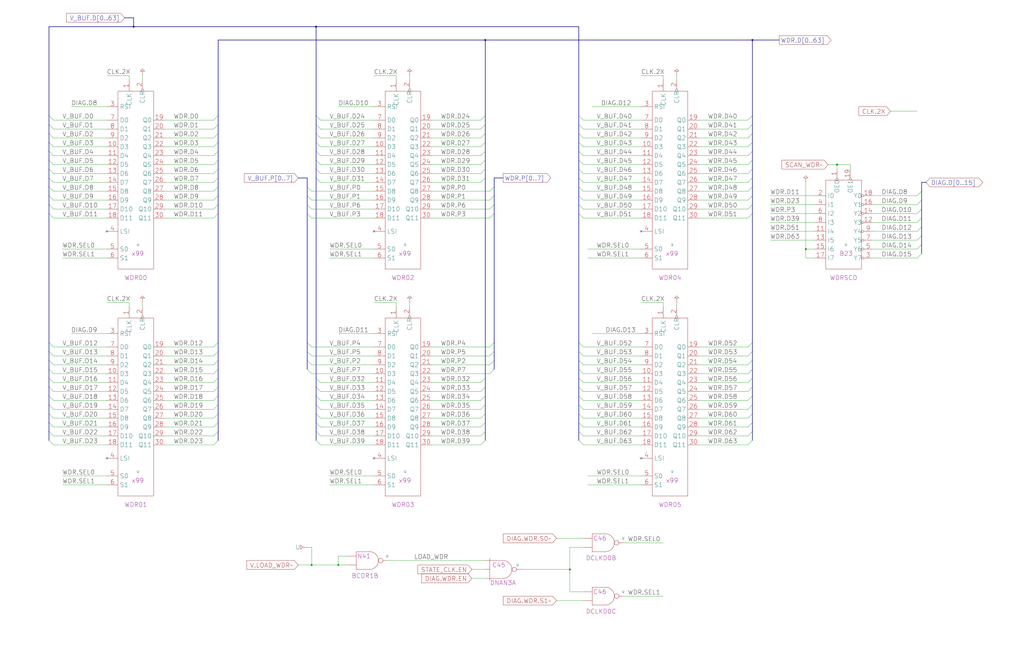
<source format=kicad_sch>
(kicad_sch (version 20220404) (generator eeschema)
  (paper "User" 584.2 378.46)
  (title_block (title "WRITE DATA REGISTER\\nREGISTER ARRAY") (date "22-MAR-90") (rev "1.0") (comment 1 "VALUE") (comment 2 "232-003063") (comment 3 "S400") (comment 4 "RELEASED"))
  (junction (at 177.8 322.58))
  (junction (at 429.26 22.86))
  (junction (at 76.2 15.24))
  (junction (at 477.52 93.98))
  (junction (at 325.12 325.12))
  (junction (at 276.86 22.86))
  (junction (at 459.74 142.24))
  (junction (at 193.04 322.58))
  (junction (at 180.34 15.24))
  (no_connect (at 365.76 132.08))
  (no_connect (at 365.76 261.62))
  (no_connect (at 60.96 132.08))
  (no_connect (at 60.96 261.62))
  (no_connect (at 213.36 132.08))
  (no_connect (at 213.36 261.62))
  (bus_entry (at 330.2 106.68) (size 2.54 2.54))
  (bus_entry (at 330.2 200.66) (size 2.54 2.54))
  (bus_entry (at 330.2 86.36) (size 2.54 2.54))
  (bus_entry (at 281.94 116.84) (size -2.54 2.54))
  (bus_entry (at 124.46 101.6) (size -2.54 2.54))
  (bus_entry (at 124.46 220.98) (size -2.54 2.54))
  (bus_entry (at 124.46 226.06) (size -2.54 2.54))
  (bus_entry (at 525.78 129.54) (size -2.54 2.54))
  (bus_entry (at 276.86 81.28) (size -2.54 2.54))
  (bus_entry (at 27.94 251.46) (size 2.54 2.54))
  (bus_entry (at 429.26 220.98) (size -2.54 2.54))
  (bus_entry (at 429.26 116.84) (size -2.54 2.54))
  (bus_entry (at 175.26 200.66) (size 2.54 2.54))
  (bus_entry (at 180.34 226.06) (size 2.54 2.54))
  (bus_entry (at 27.94 220.98) (size 2.54 2.54))
  (bus_entry (at 180.34 241.3) (size 2.54 2.54))
  (bus_entry (at 429.26 195.58) (size -2.54 2.54))
  (bus_entry (at 330.2 71.12) (size 2.54 2.54))
  (bus_entry (at 27.94 226.06) (size 2.54 2.54))
  (bus_entry (at 124.46 215.9) (size -2.54 2.54))
  (bus_entry (at 124.46 251.46) (size -2.54 2.54))
  (bus_entry (at 180.34 215.9) (size 2.54 2.54))
  (bus_entry (at 27.94 215.9) (size 2.54 2.54))
  (bus_entry (at 429.26 210.82) (size -2.54 2.54))
  (bus_entry (at 175.26 116.84) (size 2.54 2.54))
  (bus_entry (at 124.46 96.52) (size -2.54 2.54))
  (bus_entry (at 276.86 91.44) (size -2.54 2.54))
  (bus_entry (at 124.46 205.74) (size -2.54 2.54))
  (bus_entry (at 429.26 86.36) (size -2.54 2.54))
  (bus_entry (at 281.94 200.66) (size -2.54 2.54))
  (bus_entry (at 330.2 121.92) (size 2.54 2.54))
  (bus_entry (at 330.2 215.9) (size 2.54 2.54))
  (bus_entry (at 281.94 210.82) (size -2.54 2.54))
  (bus_entry (at 27.94 241.3) (size 2.54 2.54))
  (bus_entry (at 330.2 76.2) (size 2.54 2.54))
  (bus_entry (at 276.86 246.38) (size -2.54 2.54))
  (bus_entry (at 330.2 236.22) (size 2.54 2.54))
  (bus_entry (at 429.26 101.6) (size -2.54 2.54))
  (bus_entry (at 330.2 96.52) (size 2.54 2.54))
  (bus_entry (at 124.46 236.22) (size -2.54 2.54))
  (bus_entry (at 180.34 86.36) (size 2.54 2.54))
  (bus_entry (at 124.46 210.82) (size -2.54 2.54))
  (bus_entry (at 330.2 91.44) (size 2.54 2.54))
  (bus_entry (at 27.94 106.68) (size 2.54 2.54))
  (bus_entry (at 330.2 251.46) (size 2.54 2.54))
  (bus_entry (at 27.94 200.66) (size 2.54 2.54))
  (bus_entry (at 124.46 86.36) (size -2.54 2.54))
  (bus_entry (at 429.26 121.92) (size -2.54 2.54))
  (bus_entry (at 281.94 121.92) (size -2.54 2.54))
  (bus_entry (at 27.94 111.76) (size 2.54 2.54))
  (bus_entry (at 124.46 81.28) (size -2.54 2.54))
  (bus_entry (at 124.46 106.68) (size -2.54 2.54))
  (bus_entry (at 276.86 71.12) (size -2.54 2.54))
  (bus_entry (at 330.2 231.14) (size 2.54 2.54))
  (bus_entry (at 27.94 91.44) (size 2.54 2.54))
  (bus_entry (at 429.26 76.2) (size -2.54 2.54))
  (bus_entry (at 27.94 246.38) (size 2.54 2.54))
  (bus_entry (at 330.2 116.84) (size 2.54 2.54))
  (bus_entry (at 429.26 246.38) (size -2.54 2.54))
  (bus_entry (at 276.86 220.98) (size -2.54 2.54))
  (bus_entry (at 124.46 71.12) (size -2.54 2.54))
  (bus_entry (at 27.94 195.58) (size 2.54 2.54))
  (bus_entry (at 27.94 101.6) (size 2.54 2.54))
  (bus_entry (at 525.78 144.78) (size -2.54 2.54))
  (bus_entry (at 124.46 66.04) (size -2.54 2.54))
  (bus_entry (at 124.46 231.14) (size -2.54 2.54))
  (bus_entry (at 180.34 76.2) (size 2.54 2.54))
  (bus_entry (at 27.94 66.04) (size 2.54 2.54))
  (bus_entry (at 429.26 96.52) (size -2.54 2.54))
  (bus_entry (at 276.86 215.9) (size -2.54 2.54))
  (bus_entry (at 27.94 231.14) (size 2.54 2.54))
  (bus_entry (at 175.26 205.74) (size 2.54 2.54))
  (bus_entry (at 180.34 220.98) (size 2.54 2.54))
  (bus_entry (at 175.26 210.82) (size 2.54 2.54))
  (bus_entry (at 27.94 71.12) (size 2.54 2.54))
  (bus_entry (at 429.26 205.74) (size -2.54 2.54))
  (bus_entry (at 27.94 205.74) (size 2.54 2.54))
  (bus_entry (at 124.46 76.2) (size -2.54 2.54))
  (bus_entry (at 276.86 236.22) (size -2.54 2.54))
  (bus_entry (at 429.26 106.68) (size -2.54 2.54))
  (bus_entry (at 276.86 241.3) (size -2.54 2.54))
  (bus_entry (at 27.94 210.82) (size 2.54 2.54))
  (bus_entry (at 180.34 96.52) (size 2.54 2.54))
  (bus_entry (at 180.34 71.12) (size 2.54 2.54))
  (bus_entry (at 124.46 111.76) (size -2.54 2.54))
  (bus_entry (at 27.94 96.52) (size 2.54 2.54))
  (bus_entry (at 525.78 114.3) (size -2.54 2.54))
  (bus_entry (at 276.86 76.2) (size -2.54 2.54))
  (bus_entry (at 27.94 76.2) (size 2.54 2.54))
  (bus_entry (at 429.26 226.06) (size -2.54 2.54))
  (bus_entry (at 330.2 246.38) (size 2.54 2.54))
  (bus_entry (at 525.78 139.7) (size -2.54 2.54))
  (bus_entry (at 429.26 200.66) (size -2.54 2.54))
  (bus_entry (at 175.26 106.68) (size 2.54 2.54))
  (bus_entry (at 124.46 195.58) (size -2.54 2.54))
  (bus_entry (at 330.2 210.82) (size 2.54 2.54))
  (bus_entry (at 180.34 101.6) (size 2.54 2.54))
  (bus_entry (at 429.26 251.46) (size -2.54 2.54))
  (bus_entry (at 429.26 111.76) (size -2.54 2.54))
  (bus_entry (at 429.26 66.04) (size -2.54 2.54))
  (bus_entry (at 276.86 226.06) (size -2.54 2.54))
  (bus_entry (at 276.86 231.14) (size -2.54 2.54))
  (bus_entry (at 180.34 231.14) (size 2.54 2.54))
  (bus_entry (at 175.26 195.58) (size 2.54 2.54))
  (bus_entry (at 124.46 91.44) (size -2.54 2.54))
  (bus_entry (at 429.26 215.9) (size -2.54 2.54))
  (bus_entry (at 276.86 101.6) (size -2.54 2.54))
  (bus_entry (at 180.34 66.04) (size 2.54 2.54))
  (bus_entry (at 429.26 81.28) (size -2.54 2.54))
  (bus_entry (at 525.78 119.38) (size -2.54 2.54))
  (bus_entry (at 175.26 121.92) (size 2.54 2.54))
  (bus_entry (at 330.2 66.04) (size 2.54 2.54))
  (bus_entry (at 429.26 91.44) (size -2.54 2.54))
  (bus_entry (at 276.86 86.36) (size -2.54 2.54))
  (bus_entry (at 27.94 116.84) (size 2.54 2.54))
  (bus_entry (at 525.78 134.62) (size -2.54 2.54))
  (bus_entry (at 124.46 121.92) (size -2.54 2.54))
  (bus_entry (at 180.34 251.46) (size 2.54 2.54))
  (bus_entry (at 330.2 111.76) (size 2.54 2.54))
  (bus_entry (at 124.46 241.3) (size -2.54 2.54))
  (bus_entry (at 429.26 241.3) (size -2.54 2.54))
  (bus_entry (at 180.34 246.38) (size 2.54 2.54))
  (bus_entry (at 276.86 251.46) (size -2.54 2.54))
  (bus_entry (at 27.94 236.22) (size 2.54 2.54))
  (bus_entry (at 525.78 124.46) (size -2.54 2.54))
  (bus_entry (at 27.94 121.92) (size 2.54 2.54))
  (bus_entry (at 330.2 195.58) (size 2.54 2.54))
  (bus_entry (at 27.94 81.28) (size 2.54 2.54))
  (bus_entry (at 330.2 241.3) (size 2.54 2.54))
  (bus_entry (at 281.94 106.68) (size -2.54 2.54))
  (bus_entry (at 330.2 226.06) (size 2.54 2.54))
  (bus_entry (at 175.26 111.76) (size 2.54 2.54))
  (bus_entry (at 429.26 236.22) (size -2.54 2.54))
  (bus_entry (at 281.94 111.76) (size -2.54 2.54))
  (bus_entry (at 27.94 86.36) (size 2.54 2.54))
  (bus_entry (at 180.34 236.22) (size 2.54 2.54))
  (bus_entry (at 124.46 246.38) (size -2.54 2.54))
  (bus_entry (at 276.86 66.04) (size -2.54 2.54))
  (bus_entry (at 281.94 205.74) (size -2.54 2.54))
  (bus_entry (at 330.2 81.28) (size 2.54 2.54))
  (bus_entry (at 429.26 231.14) (size -2.54 2.54))
  (bus_entry (at 330.2 220.98) (size 2.54 2.54))
  (bus_entry (at 281.94 195.58) (size -2.54 2.54))
  (bus_entry (at 330.2 205.74) (size 2.54 2.54))
  (bus_entry (at 180.34 81.28) (size 2.54 2.54))
  (bus_entry (at 429.26 71.12) (size -2.54 2.54))
  (bus_entry (at 124.46 116.84) (size -2.54 2.54))
  (bus_entry (at 276.86 96.52) (size -2.54 2.54))
  (bus_entry (at 525.78 109.22) (size -2.54 2.54))
  (bus_entry (at 180.34 91.44) (size 2.54 2.54))
  (bus_entry (at 124.46 200.66) (size -2.54 2.54))
  (bus_entry (at 330.2 101.6) (size 2.54 2.54))
  (wire (pts (xy 325.12 337.82) (xy 325.12 325.12)))
  (bus (pts (xy 330.2 241.3) (xy 330.2 246.38)))
  (wire (pts (xy 182.88 243.84) (xy 213.36 243.84)))
  (bus (pts (xy 27.94 96.52) (xy 27.94 101.6)))
  (wire (pts (xy 497.84 137.16) (xy 523.24 137.16)))
  (wire (pts (xy 30.48 73.66) (xy 60.96 73.66)))
  (wire (pts (xy 332.74 83.82) (xy 365.76 83.82)))
  (wire (pts (xy 439.42 116.84) (xy 464.82 116.84)))
  (wire (pts (xy 35.56 276.86) (xy 60.96 276.86)))
  (bus (pts (xy 330.2 15.24) (xy 330.2 66.04)))
  (wire (pts (xy 81.28 172.72) (xy 81.28 175.26)))
  (bus (pts (xy 180.34 241.3) (xy 180.34 246.38)))
  (bus (pts (xy 429.26 200.66) (xy 429.26 205.74)))
  (wire (pts (xy 398.78 114.3) (xy 426.72 114.3)))
  (bus (pts (xy 27.94 15.24) (xy 76.2 15.24)))
  (wire (pts (xy 182.88 238.76) (xy 213.36 238.76)))
  (wire (pts (xy 246.38 198.12) (xy 279.4 198.12)))
  (bus (pts (xy 124.46 22.86) (xy 276.86 22.86)))
  (wire (pts (xy 182.88 223.52) (xy 213.36 223.52)))
  (bus (pts (xy 330.2 116.84) (xy 330.2 121.92)))
  (bus (pts (xy 180.34 76.2) (xy 180.34 81.28)))
  (bus (pts (xy 276.86 22.86) (xy 276.86 66.04)))
  (bus (pts (xy 27.94 121.92) (xy 27.94 195.58)))
  (bus (pts (xy 525.78 134.62) (xy 525.78 139.7)))
  (bus (pts (xy 27.94 91.44) (xy 27.94 96.52)))
  (wire (pts (xy 177.8 109.22) (xy 213.36 109.22)))
  (bus (pts (xy 429.26 71.12) (xy 429.26 76.2)))
  (bus (pts (xy 180.34 236.22) (xy 180.34 241.3)))
  (bus (pts (xy 180.34 220.98) (xy 180.34 226.06)))
  (bus (pts (xy 27.94 15.24) (xy 27.94 66.04)))
  (wire (pts (xy 30.48 88.9) (xy 60.96 88.9)))
  (wire (pts (xy 365.76 172.72) (xy 378.46 172.72)))
  (wire (pts (xy 497.84 132.08) (xy 523.24 132.08)))
  (wire (pts (xy 93.98 233.68) (xy 121.92 233.68)))
  (wire (pts (xy 246.38 78.74) (xy 274.32 78.74)))
  (wire (pts (xy 335.28 147.32) (xy 365.76 147.32)))
  (bus (pts (xy 276.86 22.86) (xy 429.26 22.86)))
  (wire (pts (xy 193.04 190.5) (xy 213.36 190.5)))
  (wire (pts (xy 398.78 248.92) (xy 426.72 248.92)))
  (wire (pts (xy 182.88 248.92) (xy 213.36 248.92)))
  (wire (pts (xy 398.78 119.38) (xy 426.72 119.38)))
  (wire (pts (xy 182.88 78.74) (xy 213.36 78.74)))
  (bus (pts (xy 281.94 205.74) (xy 281.94 210.82)))
  (wire (pts (xy 398.78 233.68) (xy 426.72 233.68)))
  (wire (pts (xy 187.96 271.78) (xy 213.36 271.78)))
  (bus (pts (xy 429.26 121.92) (xy 429.26 195.58)))
  (wire (pts (xy 246.38 109.22) (xy 279.4 109.22)))
  (wire (pts (xy 187.96 142.24) (xy 213.36 142.24)))
  (bus (pts (xy 180.34 91.44) (xy 180.34 96.52)))
  (bus (pts (xy 124.46 121.92) (xy 124.46 195.58)))
  (wire (pts (xy 246.38 213.36) (xy 279.4 213.36)))
  (bus (pts (xy 124.46 22.86) (xy 124.46 66.04)))
  (wire (pts (xy 332.74 254) (xy 365.76 254)))
  (bus (pts (xy 330.2 71.12) (xy 330.2 76.2)))
  (wire (pts (xy 398.78 208.28) (xy 426.72 208.28)))
  (wire (pts (xy 30.48 218.44) (xy 60.96 218.44)))
  (bus (pts (xy 276.86 66.04) (xy 276.86 71.12)))
  (bus (pts (xy 330.2 76.2) (xy 330.2 81.28)))
  (wire (pts (xy 175.26 312.42) (xy 177.8 312.42)))
  (wire (pts (xy 93.98 238.76) (xy 121.92 238.76)))
  (wire (pts (xy 93.98 208.28) (xy 121.92 208.28)))
  (bus (pts (xy 27.94 226.06) (xy 27.94 231.14)))
  (wire (pts (xy 439.42 121.92) (xy 464.82 121.92)))
  (wire (pts (xy 398.78 68.58) (xy 426.72 68.58)))
  (bus (pts (xy 429.26 66.04) (xy 429.26 71.12)))
  (bus (pts (xy 71.12 10.16) (xy 76.2 10.16)))
  (bus (pts (xy 281.94 116.84) (xy 281.94 121.92)))
  (bus (pts (xy 330.2 101.6) (xy 330.2 106.68)))
  (bus (pts (xy 124.46 210.82) (xy 124.46 215.9)))
  (bus (pts (xy 330.2 106.68) (xy 330.2 111.76)))
  (wire (pts (xy 332.74 99.06) (xy 365.76 99.06)))
  (bus (pts (xy 276.86 226.06) (xy 276.86 231.14)))
  (wire (pts (xy 93.98 254) (xy 121.92 254)))
  (bus (pts (xy 124.46 66.04) (xy 124.46 71.12)))
  (wire (pts (xy 187.96 147.32) (xy 213.36 147.32)))
  (bus (pts (xy 180.34 71.12) (xy 180.34 76.2)))
  (bus (pts (xy 175.26 195.58) (xy 175.26 200.66)))
  (bus (pts (xy 175.26 106.68) (xy 175.26 111.76)))
  (wire (pts (xy 177.8 312.42) (xy 177.8 322.58)))
  (wire (pts (xy 187.96 276.86) (xy 213.36 276.86)))
  (wire (pts (xy 30.48 114.3) (xy 60.96 114.3)))
  (bus (pts (xy 276.86 220.98) (xy 276.86 226.06)))
  (bus (pts (xy 27.94 241.3) (xy 27.94 246.38)))
  (bus (pts (xy 276.86 101.6) (xy 276.86 215.9)))
  (wire (pts (xy 332.74 114.3) (xy 365.76 114.3)))
  (wire (pts (xy 246.38 243.84) (xy 274.32 243.84)))
  (wire (pts (xy 246.38 203.2) (xy 279.4 203.2)))
  (bus (pts (xy 27.94 236.22) (xy 27.94 241.3)))
  (bus (pts (xy 124.46 246.38) (xy 124.46 251.46)))
  (wire (pts (xy 332.74 213.36) (xy 365.76 213.36)))
  (bus (pts (xy 124.46 106.68) (xy 124.46 111.76)))
  (wire (pts (xy 40.64 60.96) (xy 60.96 60.96)))
  (wire (pts (xy 386.08 172.72) (xy 386.08 175.26)))
  (bus (pts (xy 429.26 226.06) (xy 429.26 231.14)))
  (wire (pts (xy 93.98 68.58) (xy 121.92 68.58)))
  (wire (pts (xy 459.74 147.32) (xy 459.74 142.24)))
  (bus (pts (xy 276.86 81.28) (xy 276.86 86.36)))
  (bus (pts (xy 429.26 210.82) (xy 429.26 215.9)))
  (wire (pts (xy 246.38 114.3) (xy 279.4 114.3)))
  (bus (pts (xy 276.86 76.2) (xy 276.86 81.28)))
  (bus (pts (xy 180.34 15.24) (xy 180.34 66.04)))
  (bus (pts (xy 429.26 96.52) (xy 429.26 101.6)))
  (bus (pts (xy 180.34 86.36) (xy 180.34 91.44)))
  (bus (pts (xy 429.26 22.86) (xy 444.5 22.86)))
  (bus (pts (xy 429.26 81.28) (xy 429.26 86.36)))
  (wire (pts (xy 337.82 190.5) (xy 365.76 190.5)))
  (bus (pts (xy 330.2 111.76) (xy 330.2 116.84)))
  (wire (pts (xy 233.68 43.18) (xy 233.68 45.72)))
  (bus (pts (xy 27.94 71.12) (xy 27.94 76.2)))
  (bus (pts (xy 175.26 116.84) (xy 175.26 121.92)))
  (bus (pts (xy 330.2 200.66) (xy 330.2 205.74)))
  (wire (pts (xy 177.8 213.36) (xy 213.36 213.36)))
  (bus (pts (xy 330.2 236.22) (xy 330.2 241.3)))
  (bus (pts (xy 330.2 246.38) (xy 330.2 251.46)))
  (wire (pts (xy 60.96 172.72) (xy 73.66 172.72)))
  (wire (pts (xy 439.42 132.08) (xy 464.82 132.08)))
  (wire (pts (xy 177.8 322.58) (xy 193.04 322.58)))
  (wire (pts (xy 246.38 248.92) (xy 274.32 248.92)))
  (wire (pts (xy 177.8 203.2) (xy 213.36 203.2)))
  (wire (pts (xy 193.04 322.58) (xy 198.12 322.58)))
  (bus (pts (xy 180.34 231.14) (xy 180.34 236.22)))
  (bus (pts (xy 429.26 86.36) (xy 429.26 91.44)))
  (wire (pts (xy 325.12 312.42) (xy 325.12 325.12)))
  (bus (pts (xy 429.26 76.2) (xy 429.26 81.28)))
  (wire (pts (xy 177.8 124.46) (xy 213.36 124.46)))
  (bus (pts (xy 330.2 215.9) (xy 330.2 220.98)))
  (wire (pts (xy 325.12 312.42) (xy 332.74 312.42)))
  (wire (pts (xy 398.78 93.98) (xy 426.72 93.98)))
  (bus (pts (xy 429.26 111.76) (xy 429.26 116.84)))
  (bus (pts (xy 27.94 111.76) (xy 27.94 116.84)))
  (wire (pts (xy 93.98 88.9) (xy 121.92 88.9)))
  (bus (pts (xy 180.34 246.38) (xy 180.34 251.46)))
  (wire (pts (xy 30.48 213.36) (xy 60.96 213.36)))
  (bus (pts (xy 124.46 226.06) (xy 124.46 231.14)))
  (wire (pts (xy 93.98 83.82) (xy 121.92 83.82)))
  (wire (pts (xy 30.48 99.06) (xy 60.96 99.06)))
  (wire (pts (xy 398.78 109.22) (xy 426.72 109.22)))
  (wire (pts (xy 193.04 317.5) (xy 193.04 322.58)))
  (bus (pts (xy 525.78 139.7) (xy 525.78 144.78)))
  (wire (pts (xy 40.64 190.5) (xy 60.96 190.5)))
  (wire (pts (xy 332.74 104.14) (xy 365.76 104.14)))
  (wire (pts (xy 297.18 325.12) (xy 325.12 325.12)))
  (wire (pts (xy 93.98 218.44) (xy 121.92 218.44)))
  (bus (pts (xy 124.46 116.84) (xy 124.46 121.92)))
  (wire (pts (xy 332.74 198.12) (xy 365.76 198.12)))
  (wire (pts (xy 93.98 203.2) (xy 121.92 203.2)))
  (wire (pts (xy 226.06 43.18) (xy 226.06 45.72)))
  (bus (pts (xy 276.86 236.22) (xy 276.86 241.3)))
  (wire (pts (xy 93.98 119.38) (xy 121.92 119.38)))
  (wire (pts (xy 177.8 114.3) (xy 213.36 114.3)))
  (wire (pts (xy 398.78 228.6) (xy 426.72 228.6)))
  (wire (pts (xy 398.78 124.46) (xy 426.72 124.46)))
  (wire (pts (xy 233.68 172.72) (xy 233.68 175.26)))
  (bus (pts (xy 429.26 246.38) (xy 429.26 251.46)))
  (wire (pts (xy 213.36 172.72) (xy 226.06 172.72)))
  (wire (pts (xy 30.48 198.12) (xy 60.96 198.12)))
  (bus (pts (xy 528.32 104.14) (xy 525.78 104.14)))
  (wire (pts (xy 332.74 119.38) (xy 365.76 119.38)))
  (wire (pts (xy 93.98 93.98) (xy 121.92 93.98)))
  (bus (pts (xy 175.26 101.6) (xy 175.26 106.68)))
  (wire (pts (xy 246.38 208.28) (xy 279.4 208.28)))
  (wire (pts (xy 398.78 243.84) (xy 426.72 243.84)))
  (wire (pts (xy 246.38 228.6) (xy 274.32 228.6)))
  (wire (pts (xy 246.38 73.66) (xy 274.32 73.66)))
  (bus (pts (xy 124.46 71.12) (xy 124.46 76.2)))
  (wire (pts (xy 335.28 142.24) (xy 365.76 142.24)))
  (wire (pts (xy 398.78 99.06) (xy 426.72 99.06)))
  (wire (pts (xy 93.98 243.84) (xy 121.92 243.84)))
  (wire (pts (xy 398.78 223.52) (xy 426.72 223.52)))
  (bus (pts (xy 429.26 236.22) (xy 429.26 241.3)))
  (wire (pts (xy 378.46 172.72) (xy 378.46 175.26)))
  (wire (pts (xy 182.88 218.44) (xy 213.36 218.44)))
  (bus (pts (xy 429.26 241.3) (xy 429.26 246.38)))
  (wire (pts (xy 332.74 68.58) (xy 365.76 68.58)))
  (bus (pts (xy 281.94 200.66) (xy 281.94 205.74)))
  (wire (pts (xy 246.38 238.76) (xy 274.32 238.76)))
  (wire (pts (xy 398.78 104.14) (xy 426.72 104.14)))
  (wire (pts (xy 30.48 208.28) (xy 60.96 208.28)))
  (bus (pts (xy 287.02 101.6) (xy 281.94 101.6)))
  (wire (pts (xy 398.78 218.44) (xy 426.72 218.44)))
  (wire (pts (xy 177.8 208.28) (xy 213.36 208.28)))
  (wire (pts (xy 497.84 142.24) (xy 523.24 142.24)))
  (bus (pts (xy 330.2 66.04) (xy 330.2 71.12)))
  (bus (pts (xy 180.34 226.06) (xy 180.34 231.14)))
  (bus (pts (xy 27.94 231.14) (xy 27.94 236.22)))
  (wire (pts (xy 472.44 93.98) (xy 477.52 93.98)))
  (wire (pts (xy 30.48 223.52) (xy 60.96 223.52)))
  (wire (pts (xy 93.98 104.14) (xy 121.92 104.14)))
  (bus (pts (xy 27.94 205.74) (xy 27.94 210.82)))
  (wire (pts (xy 30.48 233.68) (xy 60.96 233.68)))
  (wire (pts (xy 477.52 93.98) (xy 477.52 96.52)))
  (wire (pts (xy 182.88 104.14) (xy 213.36 104.14)))
  (bus (pts (xy 124.46 205.74) (xy 124.46 210.82)))
  (wire (pts (xy 213.36 43.18) (xy 226.06 43.18)))
  (wire (pts (xy 30.48 104.14) (xy 60.96 104.14)))
  (wire (pts (xy 497.84 147.32) (xy 523.24 147.32)))
  (wire (pts (xy 332.74 218.44) (xy 365.76 218.44)))
  (bus (pts (xy 180.34 81.28) (xy 180.34 86.36)))
  (bus (pts (xy 180.34 66.04) (xy 180.34 71.12)))
  (bus (pts (xy 429.26 231.14) (xy 429.26 236.22)))
  (wire (pts (xy 30.48 83.82) (xy 60.96 83.82)))
  (bus (pts (xy 276.86 91.44) (xy 276.86 96.52)))
  (bus (pts (xy 525.78 119.38) (xy 525.78 124.46)))
  (bus (pts (xy 330.2 81.28) (xy 330.2 86.36)))
  (bus (pts (xy 330.2 220.98) (xy 330.2 226.06)))
  (bus (pts (xy 330.2 96.52) (xy 330.2 101.6)))
  (bus (pts (xy 180.34 101.6) (xy 180.34 215.9)))
  (bus (pts (xy 429.26 220.98) (xy 429.26 226.06)))
  (wire (pts (xy 439.42 137.16) (xy 464.82 137.16)))
  (bus (pts (xy 180.34 215.9) (xy 180.34 220.98)))
  (wire (pts (xy 30.48 124.46) (xy 60.96 124.46)))
  (wire (pts (xy 497.84 116.84) (xy 523.24 116.84)))
  (wire (pts (xy 246.38 83.82) (xy 274.32 83.82)))
  (bus (pts (xy 429.26 215.9) (xy 429.26 220.98)))
  (bus (pts (xy 27.94 220.98) (xy 27.94 226.06)))
  (wire (pts (xy 182.88 233.68) (xy 213.36 233.68)))
  (wire (pts (xy 246.38 119.38) (xy 279.4 119.38)))
  (wire (pts (xy 246.38 223.52) (xy 274.32 223.52)))
  (wire (pts (xy 182.88 73.66) (xy 213.36 73.66)))
  (wire (pts (xy 30.48 243.84) (xy 60.96 243.84)))
  (bus (pts (xy 525.78 109.22) (xy 525.78 114.3)))
  (wire (pts (xy 477.52 93.98) (xy 485.14 93.98)))
  (wire (pts (xy 332.74 233.68) (xy 365.76 233.68)))
  (bus (pts (xy 330.2 210.82) (xy 330.2 215.9)))
  (wire (pts (xy 93.98 109.22) (xy 121.92 109.22)))
  (wire (pts (xy 398.78 73.66) (xy 426.72 73.66)))
  (wire (pts (xy 398.78 213.36) (xy 426.72 213.36)))
  (wire (pts (xy 182.88 254) (xy 213.36 254)))
  (bus (pts (xy 330.2 91.44) (xy 330.2 96.52)))
  (wire (pts (xy 317.5 307.34) (xy 332.74 307.34)))
  (wire (pts (xy 332.74 78.74) (xy 365.76 78.74)))
  (wire (pts (xy 317.5 342.9) (xy 332.74 342.9)))
  (wire (pts (xy 93.98 114.3) (xy 121.92 114.3)))
  (wire (pts (xy 269.24 330.2) (xy 276.86 330.2)))
  (wire (pts (xy 246.38 104.14) (xy 274.32 104.14)))
  (wire (pts (xy 398.78 238.76) (xy 426.72 238.76)))
  (wire (pts (xy 93.98 198.12) (xy 121.92 198.12)))
  (bus (pts (xy 525.78 124.46) (xy 525.78 129.54)))
  (wire (pts (xy 332.74 248.92) (xy 365.76 248.92)))
  (bus (pts (xy 525.78 104.14) (xy 525.78 109.22)))
  (wire (pts (xy 81.28 43.18) (xy 81.28 45.72)))
  (wire (pts (xy 182.88 93.98) (xy 213.36 93.98)))
  (wire (pts (xy 73.66 43.18) (xy 73.66 45.72)))
  (bus (pts (xy 124.46 236.22) (xy 124.46 241.3)))
  (wire (pts (xy 246.38 99.06) (xy 274.32 99.06)))
  (wire (pts (xy 30.48 228.6) (xy 60.96 228.6)))
  (bus (pts (xy 330.2 231.14) (xy 330.2 236.22)))
  (wire (pts (xy 177.8 322.58) (xy 170.18 322.58)))
  (bus (pts (xy 27.94 101.6) (xy 27.94 106.68)))
  (wire (pts (xy 332.74 124.46) (xy 365.76 124.46)))
  (bus (pts (xy 281.94 111.76) (xy 281.94 116.84)))
  (bus (pts (xy 276.86 215.9) (xy 276.86 220.98)))
  (bus (pts (xy 180.34 96.52) (xy 180.34 101.6)))
  (wire (pts (xy 497.84 127) (xy 523.24 127)))
  (wire (pts (xy 93.98 223.52) (xy 121.92 223.52)))
  (wire (pts (xy 30.48 78.74) (xy 60.96 78.74)))
  (wire (pts (xy 60.96 43.18) (xy 73.66 43.18)))
  (wire (pts (xy 332.74 203.2) (xy 365.76 203.2)))
  (wire (pts (xy 378.46 43.18) (xy 378.46 45.72)))
  (wire (pts (xy 355.6 309.88) (xy 378.46 309.88)))
  (bus (pts (xy 76.2 15.24) (xy 180.34 15.24)))
  (bus (pts (xy 330.2 195.58) (xy 330.2 200.66)))
  (wire (pts (xy 246.38 254) (xy 274.32 254)))
  (bus (pts (xy 276.86 96.52) (xy 276.86 101.6)))
  (bus (pts (xy 330.2 226.06) (xy 330.2 231.14)))
  (wire (pts (xy 246.38 93.98) (xy 274.32 93.98)))
  (wire (pts (xy 464.82 147.32) (xy 459.74 147.32)))
  (bus (pts (xy 180.34 15.24) (xy 330.2 15.24)))
  (bus (pts (xy 429.26 205.74) (xy 429.26 210.82)))
  (wire (pts (xy 269.24 325.12) (xy 276.86 325.12)))
  (wire (pts (xy 177.8 198.12) (xy 213.36 198.12)))
  (bus (pts (xy 27.94 81.28) (xy 27.94 86.36)))
  (bus (pts (xy 429.26 195.58) (xy 429.26 200.66)))
  (wire (pts (xy 439.42 111.76) (xy 464.82 111.76)))
  (bus (pts (xy 276.86 71.12) (xy 276.86 76.2)))
  (bus (pts (xy 175.26 121.92) (xy 175.26 195.58)))
  (bus (pts (xy 330.2 86.36) (xy 330.2 91.44)))
  (wire (pts (xy 30.48 248.92) (xy 60.96 248.92)))
  (bus (pts (xy 124.46 81.28) (xy 124.46 86.36)))
  (wire (pts (xy 497.84 121.92) (xy 523.24 121.92)))
  (bus (pts (xy 27.94 106.68) (xy 27.94 111.76)))
  (bus (pts (xy 76.2 10.16) (xy 76.2 15.24)))
  (bus (pts (xy 175.26 205.74) (xy 175.26 210.82)))
  (wire (pts (xy 30.48 68.58) (xy 60.96 68.58)))
  (wire (pts (xy 508 63.5) (xy 523.24 63.5)))
  (wire (pts (xy 182.88 228.6) (xy 213.36 228.6)))
  (bus (pts (xy 124.46 86.36) (xy 124.46 91.44)))
  (wire (pts (xy 332.74 243.84) (xy 365.76 243.84)))
  (bus (pts (xy 429.26 91.44) (xy 429.26 96.52)))
  (wire (pts (xy 93.98 213.36) (xy 121.92 213.36)))
  (wire (pts (xy 332.74 228.6) (xy 365.76 228.6)))
  (wire (pts (xy 439.42 127) (xy 464.82 127)))
  (wire (pts (xy 246.38 124.46) (xy 279.4 124.46)))
  (wire (pts (xy 93.98 124.46) (xy 121.92 124.46)))
  (wire (pts (xy 182.88 99.06) (xy 213.36 99.06)))
  (bus (pts (xy 429.26 22.86) (xy 429.26 66.04)))
  (bus (pts (xy 276.86 246.38) (xy 276.86 251.46)))
  (bus (pts (xy 124.46 96.52) (xy 124.46 101.6)))
  (bus (pts (xy 276.86 241.3) (xy 276.86 246.38)))
  (bus (pts (xy 124.46 76.2) (xy 124.46 81.28)))
  (bus (pts (xy 27.94 215.9) (xy 27.94 220.98)))
  (wire (pts (xy 35.56 271.78) (xy 60.96 271.78)))
  (wire (pts (xy 398.78 198.12) (xy 426.72 198.12)))
  (bus (pts (xy 27.94 246.38) (xy 27.94 251.46)))
  (wire (pts (xy 246.38 218.44) (xy 274.32 218.44)))
  (wire (pts (xy 398.78 88.9) (xy 426.72 88.9)))
  (bus (pts (xy 124.46 195.58) (xy 124.46 200.66)))
  (wire (pts (xy 332.74 93.98) (xy 365.76 93.98)))
  (wire (pts (xy 35.56 147.32) (xy 60.96 147.32)))
  (bus (pts (xy 124.46 200.66) (xy 124.46 205.74)))
  (wire (pts (xy 398.78 78.74) (xy 426.72 78.74)))
  (bus (pts (xy 27.94 210.82) (xy 27.94 215.9)))
  (wire (pts (xy 332.74 337.82) (xy 325.12 337.82)))
  (wire (pts (xy 35.56 142.24) (xy 60.96 142.24)))
  (bus (pts (xy 525.78 114.3) (xy 525.78 119.38)))
  (bus (pts (xy 429.26 116.84) (xy 429.26 121.92)))
  (bus (pts (xy 276.86 86.36) (xy 276.86 91.44)))
  (bus (pts (xy 281.94 195.58) (xy 281.94 200.66)))
  (wire (pts (xy 246.38 68.58) (xy 274.32 68.58)))
  (wire (pts (xy 30.48 203.2) (xy 60.96 203.2)))
  (bus (pts (xy 330.2 121.92) (xy 330.2 195.58)))
  (bus (pts (xy 170.18 101.6) (xy 175.26 101.6)))
  (wire (pts (xy 398.78 83.82) (xy 426.72 83.82)))
  (wire (pts (xy 332.74 238.76) (xy 365.76 238.76)))
  (wire (pts (xy 30.48 119.38) (xy 60.96 119.38)))
  (bus (pts (xy 27.94 86.36) (xy 27.94 91.44)))
  (wire (pts (xy 182.88 88.9) (xy 213.36 88.9)))
  (bus (pts (xy 124.46 215.9) (xy 124.46 220.98)))
  (wire (pts (xy 30.48 109.22) (xy 60.96 109.22)))
  (wire (pts (xy 93.98 78.74) (xy 121.92 78.74)))
  (wire (pts (xy 485.14 93.98) (xy 485.14 96.52)))
  (wire (pts (xy 93.98 99.06) (xy 121.92 99.06)))
  (bus (pts (xy 281.94 101.6) (xy 281.94 106.68)))
  (wire (pts (xy 30.48 238.76) (xy 60.96 238.76)))
  (bus (pts (xy 27.94 66.04) (xy 27.94 71.12)))
  (bus (pts (xy 27.94 195.58) (xy 27.94 200.66)))
  (wire (pts (xy 332.74 109.22) (xy 365.76 109.22)))
  (wire (pts (xy 220.98 320.04) (xy 276.86 320.04)))
  (bus (pts (xy 27.94 76.2) (xy 27.94 81.28)))
  (bus (pts (xy 124.46 220.98) (xy 124.46 226.06)))
  (wire (pts (xy 177.8 119.38) (xy 213.36 119.38)))
  (wire (pts (xy 386.08 43.18) (xy 386.08 45.72)))
  (wire (pts (xy 332.74 223.52) (xy 365.76 223.52)))
  (wire (pts (xy 93.98 73.66) (xy 121.92 73.66)))
  (wire (pts (xy 355.6 340.36) (xy 378.46 340.36)))
  (wire (pts (xy 182.88 68.58) (xy 213.36 68.58)))
  (wire (pts (xy 337.82 60.96) (xy 365.76 60.96)))
  (wire (pts (xy 332.74 88.9) (xy 365.76 88.9)))
  (bus (pts (xy 124.46 231.14) (xy 124.46 236.22)))
  (wire (pts (xy 93.98 228.6) (xy 121.92 228.6)))
  (wire (pts (xy 459.74 104.14) (xy 459.74 142.24)))
  (bus (pts (xy 124.46 101.6) (xy 124.46 106.68)))
  (wire (pts (xy 226.06 172.72) (xy 226.06 175.26)))
  (wire (pts (xy 30.48 93.98) (xy 60.96 93.98)))
  (wire (pts (xy 398.78 203.2) (xy 426.72 203.2)))
  (bus (pts (xy 276.86 231.14) (xy 276.86 236.22)))
  (wire (pts (xy 497.84 111.76) (xy 523.24 111.76)))
  (bus (pts (xy 175.26 200.66) (xy 175.26 205.74)))
  (bus (pts (xy 124.46 241.3) (xy 124.46 246.38)))
  (bus (pts (xy 330.2 205.74) (xy 330.2 210.82)))
  (bus (pts (xy 525.78 129.54) (xy 525.78 134.62)))
  (bus (pts (xy 281.94 121.92) (xy 281.94 195.58)))
  (wire (pts (xy 246.38 88.9) (xy 274.32 88.9)))
  (wire (pts (xy 332.74 73.66) (xy 365.76 73.66)))
  (wire (pts (xy 398.78 254) (xy 426.72 254)))
  (bus (pts (xy 27.94 116.84) (xy 27.94 121.92)))
  (wire (pts (xy 246.38 233.68) (xy 274.32 233.68)))
  (bus (pts (xy 281.94 106.68) (xy 281.94 111.76)))
  (wire (pts (xy 335.28 271.78) (xy 365.76 271.78)))
  (wire (pts (xy 193.04 60.96) (xy 213.36 60.96)))
  (bus (pts (xy 124.46 91.44) (xy 124.46 96.52)))
  (bus (pts (xy 429.26 101.6) (xy 429.26 106.68)))
  (wire (pts (xy 335.28 276.86) (xy 365.76 276.86)))
  (bus (pts (xy 175.26 111.76) (xy 175.26 116.84)))
  (wire (pts (xy 182.88 83.82) (xy 213.36 83.82)))
  (wire (pts (xy 73.66 172.72) (xy 73.66 175.26)))
  (bus (pts (xy 429.26 106.68) (xy 429.26 111.76)))
  (wire (pts (xy 198.12 317.5) (xy 193.04 317.5)))
  (wire (pts (xy 459.74 142.24) (xy 464.82 142.24)))
  (wire (pts (xy 30.48 254) (xy 60.96 254)))
  (bus (pts (xy 27.94 200.66) (xy 27.94 205.74)))
  (wire (pts (xy 365.76 43.18) (xy 378.46 43.18)))
  (wire (pts (xy 93.98 248.92) (xy 121.92 248.92)))
  (wire (pts (xy 332.74 208.28) (xy 365.76 208.28)))
  (bus (pts (xy 124.46 111.76) (xy 124.46 116.84)))
  (label "V_BUF.D14" (at 35.56 208.28 0) (effects (font (size 2.54 2.54))))
  (label "WDR.D19" (at 99.06 233.68 0) (effects (font (size 2.54 2.54))))
  (label "V_BUF.D49" (at 340.36 114.3 0) (effects (font (size 2.54 2.54))))
  (label "WDR.D28" (at 251.46 88.9 0) (effects (font (size 2.54 2.54))))
  (label "V_BUF.D30" (at 187.96 99.06 0) (effects (font (size 2.54 2.54))))
  (label "V_BUF.D28" (at 187.96 88.9 0) (effects (font (size 2.54 2.54))))
  (label "WDR.D53" (at 403.86 203.2 0) (effects (font (size 2.54 2.54))))
  (label "WDR.D25" (at 251.46 73.66 0) (effects (font (size 2.54 2.54))))
  (label "DIAG.D13" (at 345.44 190.5 0) (effects (font (size 2.54 2.54))))
  (label "DIAG.D15" (at 502.92 147.32 0) (effects (font (size 2.54 2.54))))
  (label "WDR.D38" (at 251.46 248.92 0) (effects (font (size 2.54 2.54))))
  (label "WDR.D48" (at 403.86 109.22 0) (effects (font (size 2.54 2.54))))
  (label "WDR.D61" (at 403.86 243.84 0) (effects (font (size 2.54 2.54))))
  (label "CLK.2X" (at 365.76 172.72 0) (effects (font (size 2.54 2.54))))
  (label "V_BUF.D46" (at 340.36 99.06 0) (effects (font (size 2.54 2.54))))
  (label "DIAG.D9" (at 502.92 116.84 0) (effects (font (size 2.54 2.54))))
  (label "DIAG.D8" (at 40.64 60.96 0) (effects (font (size 2.54 2.54))))
  (label "V_BUF.D62" (at 340.36 248.92 0) (effects (font (size 2.54 2.54))))
  (label "WDR.SEL0" (at 340.36 142.24 0) (effects (font (size 2.54 2.54))))
  (label "V_BUF.D12" (at 35.56 198.12 0) (effects (font (size 2.54 2.54))))
  (label "WDR.D14" (at 99.06 208.28 0) (effects (font (size 2.54 2.54))))
  (label "WDR.D21" (at 99.06 243.84 0) (effects (font (size 2.54 2.54))))
  (label "WDR.D18" (at 99.06 228.6 0) (effects (font (size 2.54 2.54))))
  (label "V_BUF.D58" (at 340.36 228.6 0) (effects (font (size 2.54 2.54))))
  (label "V_BUF.D33" (at 187.96 223.52 0) (effects (font (size 2.54 2.54))))
  (label "V_BUF.D44" (at 340.36 88.9 0) (effects (font (size 2.54 2.54))))
  (label "V_BUF.D26" (at 187.96 78.74 0) (effects (font (size 2.54 2.54))))
  (label "WDR.D11" (at 99.06 124.46 0) (effects (font (size 2.54 2.54))))
  (label "V_BUF.D52" (at 340.36 198.12 0) (effects (font (size 2.54 2.54))))
  (label "WDR.D32" (at 251.46 218.44 0) (effects (font (size 2.54 2.54))))
  (label "WDR.D5" (at 99.06 93.98 0) (effects (font (size 2.54 2.54))))
  (label "WDR.D50" (at 403.86 119.38 0) (effects (font (size 2.54 2.54))))
  (label "WDR.D51" (at 439.42 132.08 0) (effects (font (size 2.54 2.54))))
  (label "WDR.D23" (at 99.06 254 0) (effects (font (size 2.54 2.54))))
  (label "V_BUF.D53" (at 340.36 203.2 0) (effects (font (size 2.54 2.54))))
  (label "V_BUF.D20" (at 35.56 238.76 0) (effects (font (size 2.54 2.54))))
  (label "V_BUF.D34" (at 187.96 228.6 0) (effects (font (size 2.54 2.54))))
  (label "WDR.SEL0" (at 187.96 271.78 0) (effects (font (size 2.54 2.54))))
  (label "WDR.P3" (at 251.46 124.46 0) (effects (font (size 2.54 2.54))))
  (label "WDR.D0" (at 99.06 68.58 0) (effects (font (size 2.54 2.54))))
  (label "WDR.D2" (at 99.06 78.74 0) (effects (font (size 2.54 2.54))))
  (label "WDR.SEL0" (at 35.56 142.24 0) (effects (font (size 2.54 2.54))))
  (label "WDR.D63" (at 439.42 137.16 0) (effects (font (size 2.54 2.54))))
  (label "WDR.D42" (at 403.86 78.74 0) (effects (font (size 2.54 2.54))))
  (label "V_BUF.D18" (at 35.56 228.6 0) (effects (font (size 2.54 2.54))))
  (label "WDR.SEL1" (at 35.56 276.86 0) (effects (font (size 2.54 2.54))))
  (label "WDR.D39" (at 251.46 254 0) (effects (font (size 2.54 2.54))))
  (label "V_BUF.D57" (at 340.36 223.52 0) (effects (font (size 2.54 2.54))))
  (label "WDR.D16" (at 99.06 218.44 0) (effects (font (size 2.54 2.54))))
  (label "CLK.2X" (at 365.76 43.18 0) (effects (font (size 2.54 2.54))))
  (label "V_BUF.D11" (at 35.56 124.46 0) (effects (font (size 2.54 2.54))))
  (label "V_BUF.D19" (at 35.56 233.68 0) (effects (font (size 2.54 2.54))))
  (label "V_BUF.D39" (at 187.96 254 0) (effects (font (size 2.54 2.54))))
  (label "CLK.2X" (at 60.96 172.72 0) (effects (font (size 2.54 2.54))))
  (label "WDR.D63" (at 403.86 254 0) (effects (font (size 2.54 2.54))))
  (label "DIAG.D12" (at 342.9 60.96 0) (effects (font (size 2.54 2.54))))
  (label "WDR.D1" (at 99.06 73.66 0) (effects (font (size 2.54 2.54))))
  (label "V_BUF.D9" (at 35.56 114.3 0) (effects (font (size 2.54 2.54))))
  (label "WDR.D9" (at 99.06 114.3 0) (effects (font (size 2.54 2.54))))
  (label "V_BUF.D0" (at 35.56 68.58 0) (effects (font (size 2.54 2.54))))
  (label "V_BUF.D50" (at 340.36 119.38 0) (effects (font (size 2.54 2.54))))
  (label "WDR.D11" (at 439.42 111.76 0) (effects (font (size 2.54 2.54))))
  (label "DIAG.D8" (at 502.92 111.76 0) (effects (font (size 2.54 2.54))))
  (label "V_BUF.D48" (at 340.36 109.22 0) (effects (font (size 2.54 2.54))))
  (label "DIAG.D10" (at 193.04 60.96 0) (effects (font (size 2.54 2.54))))
  (label "V_BUF.D59" (at 340.36 233.68 0) (effects (font (size 2.54 2.54))))
  (label "WDR.D10" (at 99.06 119.38 0) (effects (font (size 2.54 2.54))))
  (label "WDR.D6" (at 99.06 99.06 0) (effects (font (size 2.54 2.54))))
  (label "WDR.D20" (at 99.06 238.76 0) (effects (font (size 2.54 2.54))))
  (label "V_BUF.P4" (at 187.96 198.12 0) (effects (font (size 2.54 2.54))))
  (label "V_BUF.D31" (at 187.96 104.14 0) (effects (font (size 2.54 2.54))))
  (label "WDR.D43" (at 403.86 83.82 0) (effects (font (size 2.54 2.54))))
  (label "WDR.SEL1" (at 187.96 147.32 0) (effects (font (size 2.54 2.54))))
  (label "DIAG.D14" (at 502.92 142.24 0) (effects (font (size 2.54 2.54))))
  (label "V_BUF.D36" (at 187.96 238.76 0) (effects (font (size 2.54 2.54))))
  (label "WDR.P1" (at 251.46 114.3 0) (effects (font (size 2.54 2.54))))
  (label "WDR.P4" (at 251.46 198.12 0) (effects (font (size 2.54 2.54))))
  (label "WDR.D44" (at 403.86 88.9 0) (effects (font (size 2.54 2.54))))
  (label "WDR.D60" (at 403.86 238.76 0) (effects (font (size 2.54 2.54))))
  (label "V_BUF.D42" (at 340.36 78.74 0) (effects (font (size 2.54 2.54))))
  (label "V_BUF.D23" (at 35.56 254 0) (effects (font (size 2.54 2.54))))
  (label "V_BUF.D38" (at 187.96 248.92 0) (effects (font (size 2.54 2.54))))
  (label "V_BUF.D63" (at 340.36 254 0) (effects (font (size 2.54 2.54))))
  (label "V_BUF.D5" (at 35.56 93.98 0) (effects (font (size 2.54 2.54))))
  (label "V_BUF.D8" (at 35.56 109.22 0) (effects (font (size 2.54 2.54))))
  (label "V_BUF.D45" (at 340.36 93.98 0) (effects (font (size 2.54 2.54))))
  (label "V_BUF.D15" (at 35.56 213.36 0) (effects (font (size 2.54 2.54))))
  (label "V_BUF.P7" (at 187.96 213.36 0) (effects (font (size 2.54 2.54))))
  (label "V_BUF.P1" (at 187.96 114.3 0) (effects (font (size 2.54 2.54))))
  (label "WDR.D54" (at 403.86 208.28 0) (effects (font (size 2.54 2.54))))
  (label "WDR.D49" (at 403.86 114.3 0) (effects (font (size 2.54 2.54))))
  (label "V_BUF.D55" (at 340.36 213.36 0) (effects (font (size 2.54 2.54))))
  (label "WDR.SEL1" (at 35.56 147.32 0) (effects (font (size 2.54 2.54))))
  (label "WDR.SEL0" (at 35.56 271.78 0) (effects (font (size 2.54 2.54))))
  (label "WDR.D41" (at 403.86 73.66 0) (effects (font (size 2.54 2.54))))
  (label "V_BUF.D25" (at 187.96 73.66 0) (effects (font (size 2.54 2.54))))
  (label "V_BUF.D32" (at 187.96 218.44 0) (effects (font (size 2.54 2.54))))
  (label "V_BUF.D47" (at 340.36 104.14 0) (effects (font (size 2.54 2.54))))
  (label "WDR.D57" (at 403.86 223.52 0) (effects (font (size 2.54 2.54))))
  (label "WDR.D40" (at 403.86 68.58 0) (effects (font (size 2.54 2.54))))
  (label "V_BUF.D21" (at 35.56 243.84 0) (effects (font (size 2.54 2.54))))
  (label "WDR.D30" (at 251.46 99.06 0) (effects (font (size 2.54 2.54))))
  (label "WDR.D59" (at 403.86 233.68 0) (effects (font (size 2.54 2.54))))
  (label "WDR.D7" (at 99.06 104.14 0) (effects (font (size 2.54 2.54))))
  (label "WDR.SEL1" (at 340.36 147.32 0) (effects (font (size 2.54 2.54))))
  (label "CLK.2X" (at 60.96 43.18 0) (effects (font (size 2.54 2.54))))
  (label "V_BUF.D41" (at 340.36 73.66 0) (effects (font (size 2.54 2.54))))
  (label "WDR.SEL1" (at 187.96 276.86 0) (effects (font (size 2.54 2.54))))
  (label "V_BUF.D35" (at 187.96 233.68 0) (effects (font (size 2.54 2.54))))
  (label "WDR.D62" (at 403.86 248.92 0) (effects (font (size 2.54 2.54))))
  (label "V_BUF.D24" (at 187.96 68.58 0) (effects (font (size 2.54 2.54))))
  (label "V_BUF.D2" (at 35.56 78.74 0) (effects (font (size 2.54 2.54))))
  (label "WDR.SEL0" (at 340.36 271.78 0) (effects (font (size 2.54 2.54))))
  (label "V_BUF.D51" (at 340.36 124.46 0) (effects (font (size 2.54 2.54))))
  (label "V_BUF.D7" (at 35.56 104.14 0) (effects (font (size 2.54 2.54))))
  (label "WDR.D23" (at 439.42 116.84 0) (effects (font (size 2.54 2.54))))
  (label "WDR.D8" (at 99.06 109.22 0) (effects (font (size 2.54 2.54))))
  (label "WDR.D46" (at 403.86 99.06 0) (effects (font (size 2.54 2.54))))
  (label "V_BUF.D4" (at 35.56 88.9 0) (effects (font (size 2.54 2.54))))
  (label "WDR.D17" (at 99.06 223.52 0) (effects (font (size 2.54 2.54))))
  (label "V_BUF.D22" (at 35.56 248.92 0) (effects (font (size 2.54 2.54))))
  (label "WDR.P3" (at 439.42 121.92 0) (effects (font (size 2.54 2.54))))
  (label "WDR.D27" (at 251.46 83.82 0) (effects (font (size 2.54 2.54))))
  (label "WDR.D3" (at 99.06 83.82 0) (effects (font (size 2.54 2.54))))
  (label "V_BUF.D54" (at 340.36 208.28 0) (effects (font (size 2.54 2.54))))
  (label "WDR.D56" (at 403.86 218.44 0) (effects (font (size 2.54 2.54))))
  (label "V_BUF.D3" (at 35.56 83.82 0) (effects (font (size 2.54 2.54))))
  (label "V_BUF.P5" (at 187.96 203.2 0) (effects (font (size 2.54 2.54))))
  (label "WDR.D31" (at 251.46 104.14 0) (effects (font (size 2.54 2.54))))
  (label "WDR.P0" (at 251.46 109.22 0) (effects (font (size 2.54 2.54))))
  (label "WDR.SEL0" (at 187.96 142.24 0) (effects (font (size 2.54 2.54))))
  (label "V_BUF.D17" (at 35.56 223.52 0) (effects (font (size 2.54 2.54))))
  (label "WDR.D12" (at 99.06 198.12 0) (effects (font (size 2.54 2.54))))
  (label "WDR.P5" (at 251.46 203.2 0) (effects (font (size 2.54 2.54))))
  (label "V_BUF.D27" (at 187.96 83.82 0) (effects (font (size 2.54 2.54))))
  (label "V_BUF.D13" (at 35.56 203.2 0) (effects (font (size 2.54 2.54))))
  (label "V_BUF.P0" (at 187.96 109.22 0) (effects (font (size 2.54 2.54))))
  (label "WDR.SEL0" (at 358.14 309.88 0) (effects (font (size 2.54 2.54))))
  (label "WDR.D24" (at 251.46 68.58 0) (effects (font (size 2.54 2.54))))
  (label "WDR.D55" (at 403.86 213.36 0) (effects (font (size 2.54 2.54))))
  (label "WDR.D33" (at 251.46 223.52 0) (effects (font (size 2.54 2.54))))
  (label "CLK.2X" (at 213.36 172.72 0) (effects (font (size 2.54 2.54))))
  (label "DIAG.D11" (at 193.04 190.5 0) (effects (font (size 2.54 2.54))))
  (label "DIAG.D12" (at 502.92 132.08 0) (effects (font (size 2.54 2.54))))
  (label "V_BUF.D6" (at 35.56 99.06 0) (effects (font (size 2.54 2.54))))
  (label "CLK.2X" (at 213.36 43.18 0) (effects (font (size 2.54 2.54))))
  (label "WDR.D36" (at 251.46 238.76 0) (effects (font (size 2.54 2.54))))
  (label "WDR.P7" (at 251.46 213.36 0) (effects (font (size 2.54 2.54))))
  (label "WDR.D34" (at 251.46 228.6 0) (effects (font (size 2.54 2.54))))
  (label "DIAG.D10" (at 502.92 121.92 0) (effects (font (size 2.54 2.54))))
  (label "WDR.D58" (at 403.86 228.6 0) (effects (font (size 2.54 2.54))))
  (label "WDR.D35" (at 251.46 233.68 0) (effects (font (size 2.54 2.54))))
  (label "V_BUF.D60" (at 340.36 238.76 0) (effects (font (size 2.54 2.54))))
  (label "WDR.SEL1" (at 340.36 276.86 0) (effects (font (size 2.54 2.54))))
  (label "WDR.SEL1" (at 358.14 340.36 0) (effects (font (size 2.54 2.54))))
  (label "V_BUF.D61" (at 340.36 243.84 0) (effects (font (size 2.54 2.54))))
  (label "DIAG.D13" (at 502.92 137.16 0) (effects (font (size 2.54 2.54))))
  (label "V_BUF.D29" (at 187.96 93.98 0) (effects (font (size 2.54 2.54))))
  (label "WDR.D39" (at 439.42 127 0) (effects (font (size 2.54 2.54))))
  (label "WDR.D47" (at 403.86 104.14 0) (effects (font (size 2.54 2.54))))
  (label "V_BUF.D40" (at 340.36 68.58 0) (effects (font (size 2.54 2.54))))
  (label "V_BUF.P6" (at 187.96 119.38 0) (effects (font (size 2.54 2.54))))
  (label "V_BUF.D16" (at 35.56 218.44 0) (effects (font (size 2.54 2.54))))
  (label "WDR.D37" (at 251.46 243.84 0) (effects (font (size 2.54 2.54))))
  (label "WDR.D52" (at 403.86 198.12 0) (effects (font (size 2.54 2.54))))
  (label "WDR.P6" (at 251.46 119.38 0) (effects (font (size 2.54 2.54))))
  (label "V_BUF.D37" (at 187.96 243.84 0) (effects (font (size 2.54 2.54))))
  (label "V_BUF.D56" (at 340.36 218.44 0) (effects (font (size 2.54 2.54))))
  (label "WDR.D4" (at 99.06 88.9 0) (effects (font (size 2.54 2.54))))
  (label "WDR.D51" (at 403.86 124.46 0) (effects (font (size 2.54 2.54))))
  (label "WDR.P2" (at 251.46 208.28 0) (effects (font (size 2.54 2.54))))
  (label "WDR.D45" (at 403.86 93.98 0) (effects (font (size 2.54 2.54))))
  (label "DIAG.D9" (at 40.64 190.5 0) (effects (font (size 2.54 2.54))))
  (label "WDR.D13" (at 99.06 203.2 0) (effects (font (size 2.54 2.54))))
  (label "V_BUF.D43" (at 340.36 83.82 0) (effects (font (size 2.54 2.54))))
  (label "WDR.D15" (at 99.06 213.36 0) (effects (font (size 2.54 2.54))))
  (label "WDR.D22" (at 99.06 248.92 0) (effects (font (size 2.54 2.54))))
  (label "V_BUF.P3" (at 187.96 124.46 0) (effects (font (size 2.54 2.54))))
  (label "V_BUF.P2" (at 187.96 208.28 0) (effects (font (size 2.54 2.54))))
  (label "WDR.D29" (at 251.46 93.98 0) (effects (font (size 2.54 2.54))))
  (label "V_BUF.D1" (at 35.56 73.66 0) (effects (font (size 2.54 2.54))))
  (label "WDR.D26" (at 251.46 78.74 0) (effects (font (size 2.54 2.54))))
  (label "V_BUF.D10" (at 35.56 119.38 0) (effects (font (size 2.54 2.54))))
  (label "DIAG.D11" (at 502.92 127 0) (effects (font (size 2.54 2.54))))
  (label "LOAD_WDR" (at 236.22 320.04 0) (effects (font (size 2.54 2.54))))
  (global_label "DIAG.D[0..15]" (shape bidirectional) (at 528.32 104.14 0) (effects (font (size 2.54 2.54))) (property "Intersheet References" "${INTERSHEET_REFS}" (at 561.3141 104.14 0) (effects (font (size 1.905 1.905)) (justify left))))
  (global_label "DIAG.WDR.S1~" (shape input) (at 317.5 342.9 180) (effects (font (size 2.54 2.54))) (property "Intersheet References" "${INTERSHEET_REFS}" (at 287.153 342.7413 0) (effects (font (size 1.905 1.905)) (justify right))))
  (global_label "SCAN_WDR~" (shape input) (at 472.44 93.98 180) (effects (font (size 2.54 2.54))) (property "Intersheet References" "${INTERSHEET_REFS}" (at 446.0845 93.8213 0) (effects (font (size 1.905 1.905)) (justify right))))
  (global_label "CLK.2X" (shape input) (at 508 63.5 180) (effects (font (size 2.54 2.54))) (property "Intersheet References" "${INTERSHEET_REFS}" (at 489.3234 63.5 0) (effects (font (size 1.905 1.905)) (justify right))))
  (global_label "V.LOAD_WDR~" (shape input) (at 170.18 322.58 180) (effects (font (size 2.54 2.54))) (property "Intersheet References" "${INTERSHEET_REFS}" (at 140.8007 322.4213 0) (effects (font (size 1.905 1.905)) (justify right))))
  (global_label "STATE_CLK.EN" (shape input) (at 269.24 325.12 180) (effects (font (size 2.54 2.54))) (property "Intersheet References" "${INTERSHEET_REFS}" (at 238.4092 324.9613 0) (effects (font (size 1.905 1.905)) (justify right))))
  (global_label "DIAG.WDR.EN" (shape input) (at 269.24 330.2 180) (effects (font (size 2.54 2.54))) (property "Intersheet References" "${INTERSHEET_REFS}" (at 239.9195 330.2 0) (effects (font (size 1.905 1.905)) (justify right))))
  (global_label "V_BUF.P[0..7]" (shape input) (at 170.18 101.6 180) (effects (font (size 2.54 2.54))) (property "Intersheet References" "${INTERSHEET_REFS}" (at 138.7445 101.4413 0) (effects (font (size 1.905 1.905)) (justify right))))
  (global_label "V_BUF.D[0..63]" (shape input) (at 71.12 10.16 180) (effects (font (size 2.54 2.54))) (property "Intersheet References" "${INTERSHEET_REFS}" (at 37.9911 10.0013 0) (effects (font (size 1.905 1.905)) (justify right))))
  (global_label "WDR.P[0..7]" (shape output) (at 287.02 101.6 0) (effects (font (size 2.54 2.54))) (property "Intersheet References" "${INTERSHEET_REFS}" (at 314.2222 101.4413 0) (effects (font (size 1.905 1.905)) (justify left))))
  (global_label "WDR.D[0..63]" (shape output) (at 444.5 22.86 0) (effects (font (size 2.54 2.54))) (property "Intersheet References" "${INTERSHEET_REFS}" (at 474.1212 22.7013 0) (effects (font (size 1.905 1.905)) (justify left))))
  (global_label "DIAG.WDR.S0~" (shape input) (at 317.5 307.34 180) (effects (font (size 2.54 2.54))) (property "Intersheet References" "${INTERSHEET_REFS}" (at 287.153 307.1813 0) (effects (font (size 1.905 1.905)) (justify right))))
  (symbol (lib_id "r1000:F37") (at 340.36 337.82 0) (unit 1)
    (default_instance (reference "U") (unit 1) (value "") (footprint ""))
    (property "Reference" "U" (at 355.6 337.82 0))
    (property "Location" "C46" (at 342.265 337.82 0) (effects (font (size 2.54 2.54))))
    (property "Name" "DCLKD0C" (at 342.9 350.52 0) (effects (font (size 2.54 2.54)) (justify bottom)))
  )
  (symbol (lib_id "r1000:PU") (at 81.28 172.72 0) (unit 1)
    (default_instance (reference "U") (unit 1) (value "") (footprint ""))
    (property "Reference" "U" (effects hide))
  )
  (symbol (lib_id "r1000:F37") (at 205.74 317.5 0) (unit 1)
    (default_instance (reference "U") (unit 1) (value "") (footprint ""))
    (property "Reference" "U" (at 220.98 317.5 0))
    (property "Location" "N41" (at 207.645 317.5 0) (effects (font (size 2.54 2.54))))
    (property "Name" "BCDR1B" (at 208.28 330.2 0) (effects (font (size 2.54 2.54)) (justify bottom)))
  )
  (symbol (lib_id "r1000:XSR12") (at 228.6 144.78 0) (unit 1)
    (default_instance (reference "U") (unit 1) (value "") (footprint ""))
    (property "Reference" "U" (at 231.14 139.7 0))
    (property "Location" "x99" (at 227.33 144.78 0) (effects (font (size 2.54 2.54)) (justify left)))
    (property "Name" "WDR02" (at 229.87 160.02 0) (effects (font (size 2.54 2.54)) (justify bottom)))
  )
  (symbol (lib_id "r1000:PU") (at 386.08 43.18 0) (unit 1)
    (default_instance (reference "U") (unit 1) (value "") (footprint ""))
    (property "Reference" "U" (effects hide))
  )
  (symbol (lib_id "r1000:GB") (at 175.26 312.42 0) (mirror y) (unit 1)
    (default_instance (reference "U") (unit 1) (value "") (footprint ""))
    (property "Reference" "U" (at 171.45 312.42 0) (effects (font (size 2.54 2.54)) (justify left)))
  )
  (symbol (lib_id "r1000:PU") (at 81.28 43.18 0) (unit 1)
    (default_instance (reference "U") (unit 1) (value "") (footprint ""))
    (property "Reference" "U" (effects hide))
  )
  (symbol (lib_id "r1000:XSR12") (at 76.2 274.32 0) (unit 1)
    (default_instance (reference "U") (unit 1) (value "") (footprint ""))
    (property "Reference" "U" (at 78.74 269.24 0))
    (property "Location" "x99" (at 74.93 274.32 0) (effects (font (size 2.54 2.54)) (justify left)))
    (property "Name" "WDR01" (at 77.47 289.56 0) (effects (font (size 2.54 2.54)) (justify bottom)))
  )
  (symbol (lib_id "r1000:PU") (at 233.68 172.72 0) (unit 1)
    (default_instance (reference "U") (unit 1) (value "") (footprint ""))
    (property "Reference" "U" (effects hide))
  )
  (symbol (lib_id "r1000:PU") (at 459.74 104.14 0) (unit 1)
    (default_instance (reference "U") (unit 1) (value "") (footprint ""))
    (property "Reference" "U" (effects hide))
  )
  (symbol (lib_id "r1000:F240") (at 480.06 144.78 0) (unit 1)
    (default_instance (reference "U") (unit 1) (value "") (footprint ""))
    (property "Reference" "U" (at 482.6 139.7 0))
    (property "Location" "B23" (at 478.79 144.78 0) (effects (font (size 2.54 2.54)) (justify left)))
    (property "Name" "WDRSCD" (at 481.33 160.02 0) (effects (font (size 2.54 2.54)) (justify bottom)))
  )
  (symbol (lib_id "r1000:F10") (at 281.94 322.58 0) (unit 1)
    (default_instance (reference "U") (unit 1) (value "") (footprint ""))
    (property "Reference" "U" (at 295.275 322.58 0))
    (property "Location" "C45" (at 280.67 322.58 0) (effects (font (size 2.54 2.54)) (justify left)))
    (property "Name" "DNAN3A" (at 279.4 332.74 0) (effects (font (size 2.54 2.54)) (justify left)))
  )
  (symbol (lib_id "r1000:XSR12") (at 228.6 274.32 0) (unit 1)
    (default_instance (reference "U") (unit 1) (value "") (footprint ""))
    (property "Reference" "U" (at 231.14 269.24 0))
    (property "Location" "x99" (at 227.33 274.32 0) (effects (font (size 2.54 2.54)) (justify left)))
    (property "Name" "WDR03" (at 229.87 289.56 0) (effects (font (size 2.54 2.54)) (justify bottom)))
  )
  (symbol (lib_id "r1000:PU") (at 233.68 43.18 0) (unit 1)
    (default_instance (reference "U") (unit 1) (value "") (footprint ""))
    (property "Reference" "U" (effects hide))
  )
  (symbol (lib_id "r1000:PU") (at 386.08 172.72 0) (unit 1)
    (default_instance (reference "U") (unit 1) (value "") (footprint ""))
    (property "Reference" "U" (effects hide))
  )
  (symbol (lib_id "r1000:XSR12") (at 76.2 144.78 0) (unit 1)
    (default_instance (reference "U") (unit 1) (value "") (footprint ""))
    (property "Reference" "U" (at 78.74 139.7 0))
    (property "Location" "x99" (at 74.93 144.78 0) (effects (font (size 2.54 2.54)) (justify left)))
    (property "Name" "WDR00" (at 77.47 160.02 0) (effects (font (size 2.54 2.54)) (justify bottom)))
  )
  (symbol (lib_id "r1000:XSR12") (at 381 274.32 0) (unit 1)
    (default_instance (reference "U") (unit 1) (value "") (footprint ""))
    (property "Reference" "U" (at 383.54 269.24 0))
    (property "Location" "x99" (at 379.73 274.32 0) (effects (font (size 2.54 2.54)) (justify left)))
    (property "Name" "WDR05" (at 382.27 289.56 0) (effects (font (size 2.54 2.54)) (justify bottom)))
  )
  (symbol (lib_id "r1000:F37") (at 340.36 307.34 0) (unit 1)
    (default_instance (reference "U") (unit 1) (value "") (footprint ""))
    (property "Reference" "U" (at 355.6 307.34 0))
    (property "Location" "C46" (at 342.265 307.34 0) (effects (font (size 2.54 2.54))))
    (property "Name" "DCLKD0B" (at 342.9 320.04 0) (effects (font (size 2.54 2.54)) (justify bottom)))
  )
  (symbol (lib_id "r1000:XSR12") (at 381 144.78 0) (unit 1)
    (default_instance (reference "U") (unit 1) (value "") (footprint ""))
    (property "Reference" "U" (at 383.54 139.7 0))
    (property "Location" "x99" (at 379.73 144.78 0) (effects (font (size 2.54 2.54)) (justify left)))
    (property "Name" "WDR04" (at 382.27 160.02 0) (effects (font (size 2.54 2.54)) (justify bottom)))
  )
)
</source>
